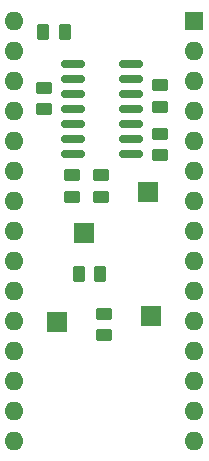
<source format=gbr>
%TF.GenerationSoftware,KiCad,Pcbnew,8.0.1*%
%TF.CreationDate,2024-04-11T09:01:25+02:00*%
%TF.ProjectId,ConditionneurV2,436f6e64-6974-4696-9f6e-6e6575725632,rev?*%
%TF.SameCoordinates,Original*%
%TF.FileFunction,Soldermask,Top*%
%TF.FilePolarity,Negative*%
%FSLAX46Y46*%
G04 Gerber Fmt 4.6, Leading zero omitted, Abs format (unit mm)*
G04 Created by KiCad (PCBNEW 8.0.1) date 2024-04-11 09:01:25*
%MOMM*%
%LPD*%
G01*
G04 APERTURE LIST*
G04 Aperture macros list*
%AMRoundRect*
0 Rectangle with rounded corners*
0 $1 Rounding radius*
0 $2 $3 $4 $5 $6 $7 $8 $9 X,Y pos of 4 corners*
0 Add a 4 corners polygon primitive as box body*
4,1,4,$2,$3,$4,$5,$6,$7,$8,$9,$2,$3,0*
0 Add four circle primitives for the rounded corners*
1,1,$1+$1,$2,$3*
1,1,$1+$1,$4,$5*
1,1,$1+$1,$6,$7*
1,1,$1+$1,$8,$9*
0 Add four rect primitives between the rounded corners*
20,1,$1+$1,$2,$3,$4,$5,0*
20,1,$1+$1,$4,$5,$6,$7,0*
20,1,$1+$1,$6,$7,$8,$9,0*
20,1,$1+$1,$8,$9,$2,$3,0*%
G04 Aperture macros list end*
%ADD10R,1.700000X1.700000*%
%ADD11RoundRect,0.150000X-0.825000X-0.150000X0.825000X-0.150000X0.825000X0.150000X-0.825000X0.150000X0*%
%ADD12RoundRect,0.250000X-0.450000X0.262500X-0.450000X-0.262500X0.450000X-0.262500X0.450000X0.262500X0*%
%ADD13RoundRect,0.250000X0.450000X-0.262500X0.450000X0.262500X-0.450000X0.262500X-0.450000X-0.262500X0*%
%ADD14RoundRect,0.250000X-0.262500X-0.450000X0.262500X-0.450000X0.262500X0.450000X-0.262500X0.450000X0*%
%ADD15RoundRect,0.250000X0.262500X0.450000X-0.262500X0.450000X-0.262500X-0.450000X0.262500X-0.450000X0*%
%ADD16R,1.600000X1.600000*%
%ADD17O,1.600000X1.600000*%
G04 APERTURE END LIST*
D10*
%TO.C,OUT_A1*%
X119500000Y-72000000D03*
%TD*%
D11*
%TO.C,U1*%
X118574118Y-57702992D03*
X118574118Y-58972992D03*
X118574118Y-60242992D03*
X118574118Y-61512992D03*
X118574118Y-62782992D03*
X118574118Y-64052992D03*
X118574118Y-65322992D03*
X123524118Y-65322992D03*
X123524118Y-64052992D03*
X123524118Y-62782992D03*
X123524118Y-61512992D03*
X123524118Y-60242992D03*
X123524118Y-58972992D03*
X123524118Y-57702992D03*
%TD*%
D12*
%TO.C,R4*%
X121000000Y-67087500D03*
X121000000Y-68912500D03*
%TD*%
D13*
%TO.C,R1*%
X116113155Y-61507909D03*
X116113155Y-59682909D03*
%TD*%
D10*
%TO.C,OUT_B1*%
X125000000Y-68500000D03*
%TD*%
D14*
%TO.C,R5*%
X119087500Y-75500000D03*
X120912500Y-75500000D03*
%TD*%
D12*
%TO.C,R7*%
X126000000Y-63587500D03*
X126000000Y-65412500D03*
%TD*%
D10*
%TO.C,GPIO1*%
X125250000Y-79000000D03*
%TD*%
D12*
%TO.C,R3*%
X118500000Y-67087500D03*
X118500000Y-68912500D03*
%TD*%
D10*
%TO.C,SENSOR1*%
X117250000Y-79500000D03*
%TD*%
D13*
%TO.C,R6*%
X121250000Y-80662500D03*
X121250000Y-78837500D03*
%TD*%
D15*
%TO.C,R2*%
X117912500Y-55000000D03*
X116087500Y-55000000D03*
%TD*%
D12*
%TO.C,R8*%
X126000000Y-59500000D03*
X126000000Y-61325000D03*
%TD*%
D16*
%TO.C,A1*%
X128890000Y-54015000D03*
D17*
X128890000Y-56555000D03*
X128890000Y-59095000D03*
X128890000Y-61635000D03*
X128890000Y-64175000D03*
X128890000Y-66715000D03*
X128890000Y-69255000D03*
X128890000Y-71795000D03*
X128890000Y-74335000D03*
X128890000Y-76875000D03*
X128890000Y-79415000D03*
X128890000Y-81955000D03*
X128890000Y-84495000D03*
X128890000Y-87035000D03*
X128890000Y-89575000D03*
X113650000Y-89575000D03*
X113650000Y-87035000D03*
X113650000Y-84495000D03*
X113650000Y-81955000D03*
X113650000Y-79415000D03*
X113650000Y-76875000D03*
X113650000Y-74335000D03*
X113650000Y-71795000D03*
X113650000Y-69255000D03*
X113650000Y-66715000D03*
X113650000Y-64175000D03*
X113650000Y-61635000D03*
X113650000Y-59095000D03*
X113650000Y-56555000D03*
X113650000Y-54015000D03*
%TD*%
M02*

</source>
